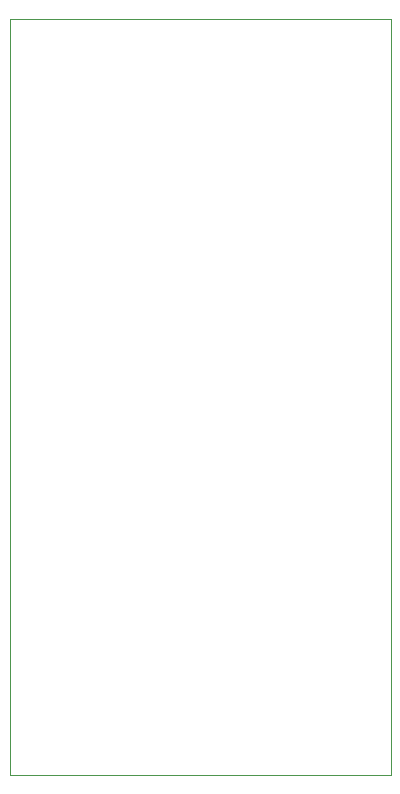
<source format=gbr>
%TF.GenerationSoftware,Altium Limited,Altium Designer,21.1.0 (24)*%
G04 Layer_Color=0*
%FSLAX45Y45*%
%MOMM*%
%TF.SameCoordinates,49BA872B-5DCF-458F-AF9B-1BC46ABFEFE7*%
%TF.FilePolarity,Positive*%
%TF.FileFunction,Profile,NP*%
%TF.Part,Single*%
G01*
G75*
%TA.AperFunction,Profile*%
%ADD43C,0.02540*%
D43*
X482600Y127000D02*
Y6400800D01*
X3708400D01*
Y0D01*
X482600D01*
Y127000D01*
%TF.MD5,5fd40a3832ce38ad882c77e1d0c003ab*%
M02*

</source>
